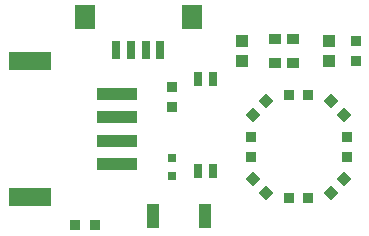
<source format=gbp>
G04*
G04 #@! TF.GenerationSoftware,Altium Limited,Altium Designer,20.0.2 (26)*
G04*
G04 Layer_Color=128*
%FSLAX25Y25*%
%MOIN*%
G70*
G01*
G75*
%ADD20R,0.03500X0.03500*%
%ADD21R,0.03500X0.03500*%
%ADD32R,0.03150X0.03150*%
%ADD48R,0.03150X0.06299*%
%ADD49R,0.07087X0.07874*%
%ADD50R,0.02992X0.05000*%
%ADD51R,0.03937X0.03740*%
%ADD52P,0.04950X4X360.0*%
%ADD53P,0.04950X4X90.0*%
%ADD54R,0.04488X0.03937*%
%ADD55R,0.03937X0.07874*%
%ADD56R,0.13386X0.03937*%
%ADD57R,0.14173X0.05906*%
D20*
X33582Y4000D02*
D03*
X27082D02*
D03*
X98325Y12992D02*
D03*
X104825D02*
D03*
Y47244D02*
D03*
X98325D02*
D03*
D21*
X59431Y49950D02*
D03*
Y43450D02*
D03*
X117532Y26750D02*
D03*
Y33250D02*
D03*
X85532D02*
D03*
Y26750D02*
D03*
X120531Y58750D02*
D03*
Y65250D02*
D03*
D32*
X59232Y26300D02*
D03*
Y20394D02*
D03*
D48*
X40710Y62300D02*
D03*
X45632D02*
D03*
X50553D02*
D03*
X55474D02*
D03*
D49*
X65966Y73324D02*
D03*
X30218D02*
D03*
D50*
X72956Y22000D02*
D03*
X67956D02*
D03*
X72956Y52800D02*
D03*
X67956D02*
D03*
D51*
X99831Y66000D02*
D03*
X93532D02*
D03*
Y58000D02*
D03*
X99831D02*
D03*
D52*
X90830Y14702D02*
D03*
X86233Y19298D02*
D03*
X112233Y45298D02*
D03*
X116830Y40702D02*
D03*
D53*
Y19298D02*
D03*
X112233Y14702D02*
D03*
X86233Y40702D02*
D03*
X90830Y45298D02*
D03*
D54*
X111531Y58653D02*
D03*
Y65346D02*
D03*
X82531Y58653D02*
D03*
Y65346D02*
D03*
D55*
X52970Y7100D02*
D03*
X70293D02*
D03*
D56*
X41028Y24227D02*
D03*
Y32101D02*
D03*
Y39975D02*
D03*
Y47849D02*
D03*
D57*
X12032Y13400D02*
D03*
Y58676D02*
D03*
M02*

</source>
